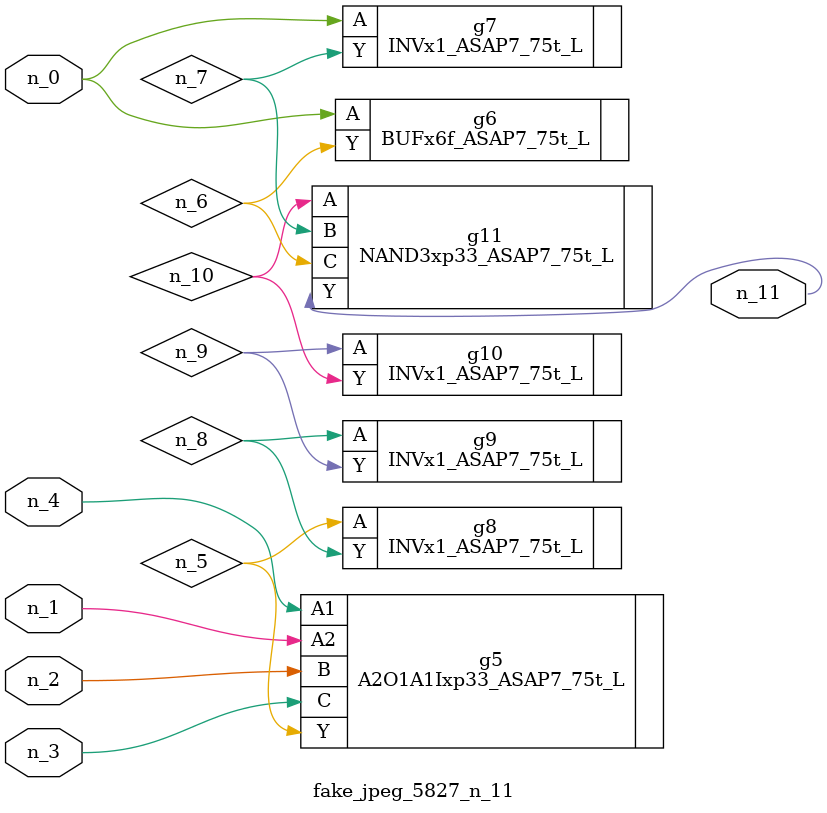
<source format=v>
module fake_jpeg_5827_n_11 (n_3, n_2, n_1, n_0, n_4, n_11);

input n_3;
input n_2;
input n_1;
input n_0;
input n_4;

output n_11;

wire n_10;
wire n_8;
wire n_9;
wire n_6;
wire n_5;
wire n_7;

A2O1A1Ixp33_ASAP7_75t_L g5 ( 
.A1(n_4),
.A2(n_1),
.B(n_2),
.C(n_3),
.Y(n_5)
);

BUFx6f_ASAP7_75t_L g6 ( 
.A(n_0),
.Y(n_6)
);

INVx1_ASAP7_75t_L g7 ( 
.A(n_0),
.Y(n_7)
);

INVx1_ASAP7_75t_L g8 ( 
.A(n_5),
.Y(n_8)
);

INVx1_ASAP7_75t_L g9 ( 
.A(n_8),
.Y(n_9)
);

INVx1_ASAP7_75t_L g10 ( 
.A(n_9),
.Y(n_10)
);

NAND3xp33_ASAP7_75t_L g11 ( 
.A(n_10),
.B(n_7),
.C(n_6),
.Y(n_11)
);


endmodule
</source>
